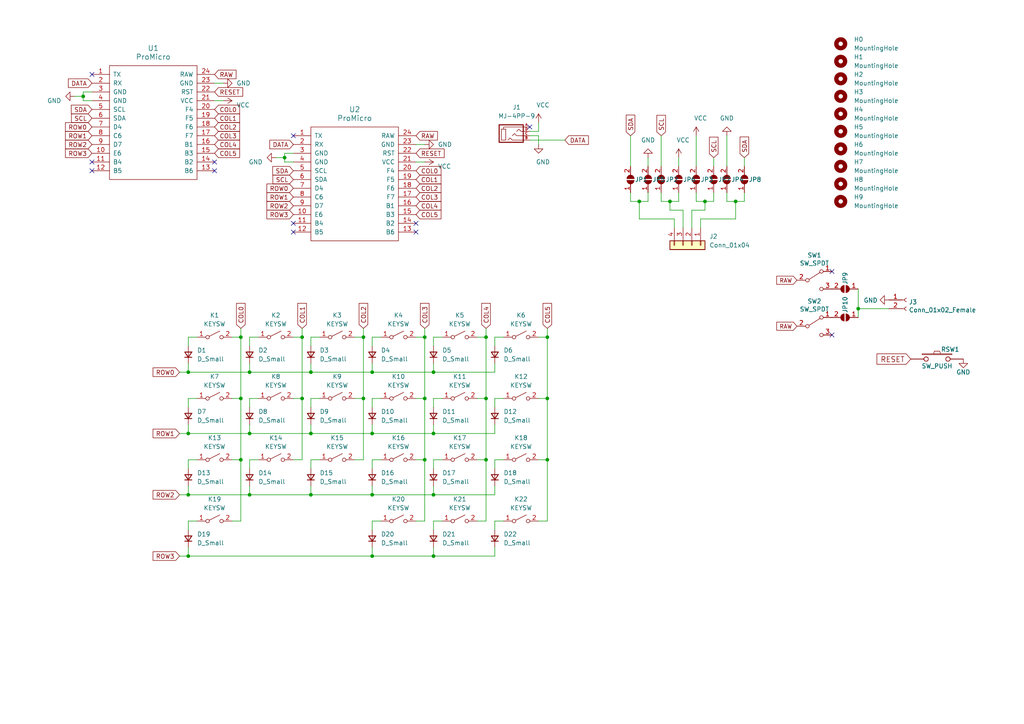
<source format=kicad_sch>
(kicad_sch (version 20210621) (generator eeschema)
  (paper "A4")
  (title_block (title "Nijuni") (date "2021-09-25") (rev "0.2"))
  (lib_symbols
    (symbol "Connector:Conn_01x02_Female" (pin_names (offset 1.016) hide)
      (property "Reference" "J" (at 0 2.54 0))
      (property "Value" "Conn_01x02_Female" (at 0 -5.08 0))
      (symbol "Conn_01x02_Female_1_1"
        (arc (start 0 -2.032) (end 0 -3.048) (radius (at 0 -2.54) (length 0.508) (angles 90.1 -90.1)) (stroke (width 0.1524)))
        (arc (start 0 0.508) (end 0 -0.508) (radius (at 0 0) (length 0.508) (angles 90.1 -90.1)) (stroke (width 0.1524)))
        (polyline (pts (xy -1.27 -2.54) (xy -0.508 -2.54)) (stroke (width 0.1524)))
        (polyline (pts (xy -1.27 0) (xy -0.508 0)) (stroke (width 0.1524)))
        (pin passive line (at -5.08 0 0) (length 3.81) (name "Pin_1") (number "1"))
        (pin passive line (at -5.08 -2.54 0) (length 3.81) (name "Pin_2") (number "2"))
      )
    )
    (symbol "Connector_Generic:Conn_01x04" (pin_names (offset 1.016) hide)
      (property "Reference" "J" (at 0 5.08 0))
      (property "Value" "Conn_01x04" (at 0 -7.62 0))
      (symbol "Conn_01x04_1_1"
        (rectangle (start -1.27 -4.953) (end 0 -5.207) (stroke (width 0.1524)))
        (rectangle (start -1.27 -2.413) (end 0 -2.667) (stroke (width 0.1524)))
        (rectangle (start -1.27 0.127) (end 0 -0.127) (stroke (width 0.1524)))
        (rectangle (start -1.27 2.667) (end 0 2.413) (stroke (width 0.1524)))
        (rectangle (start -1.27 3.81) (end 1.27 -6.35) (stroke (width 0.254)) (fill (type background)))
        (pin passive line (at -5.08 2.54 0) (length 3.81) (name "Pin_1") (number "1"))
        (pin passive line (at -5.08 0 0) (length 3.81) (name "Pin_2") (number "2"))
        (pin passive line (at -5.08 -2.54 0) (length 3.81) (name "Pin_3") (number "3"))
        (pin passive line (at -5.08 -5.08 0) (length 3.81) (name "Pin_4") (number "4"))
      )
    )
    (symbol "Device:D_Small" (pin_numbers hide) (pin_names (offset 0.254) hide)
      (property "Reference" "D" (at -1.27 2.032 0))
      (property "Value" "D_Small" (at -3.81 -2.032 0))
      (symbol "D_Small_0_1"
        (polyline (pts (xy -0.762 -1.016) (xy -0.762 1.016)) (stroke (width 0.254)))
        (polyline (pts (xy -0.762 0) (xy 0.762 0)))
        (polyline (pts (xy 0.762 -1.016) (xy -0.762 0) (xy 0.762 1.016) (xy 0.762 -1.016)) (stroke (width 0.254)))
      )
      (symbol "D_Small_1_1"
        (pin passive line (at -2.54 0 0) (length 1.778) (name "K") (number "1"))
        (pin passive line (at 2.54 0 180) (length 1.778) (name "A") (number "2"))
      )
    )
    (symbol "Jumper:SolderJumper_2_Open" (pin_names (offset 0) hide)
      (property "Reference" "JP" (at 0 2.032 0))
      (property "Value" "SolderJumper_2_Open" (at 0 -2.54 0))
      (symbol "SolderJumper_2_Open_0_1"
        (arc (start -0.254 1.016) (end -0.254 -1.016) (radius (at -0.254 0) (length 1.016) (angles 90.1 -90.1)))
        (arc (start 0.254 -1.016) (end 0.254 1.016) (radius (at 0.254 0) (length 1.016) (angles -89.9 89.9)))
        (arc (start -0.254 1.016) (end -0.254 -1.016) (radius (at -0.254 0) (length 1.016) (angles 90.1 -90.1)) (fill (type outline)))
        (arc (start 0.254 -1.016) (end 0.254 1.016) (radius (at 0.254 0) (length 1.016) (angles -89.9 89.9)) (fill (type outline)))
        (polyline (pts (xy -0.254 1.016) (xy -0.254 -1.016)))
        (polyline (pts (xy 0.254 1.016) (xy 0.254 -1.016)))
      )
      (symbol "SolderJumper_2_Open_1_1"
        (pin passive line (at -3.81 0 0) (length 2.54) (name "A") (number "1"))
        (pin passive line (at 3.81 0 180) (length 2.54) (name "B") (number "2"))
      )
    )
    (symbol "Keyboard_Components:KEYSW" (pin_names (offset 0) hide)
      (property "Reference" "K" (at 0 2.54 0))
      (property "Value" "KEYSW" (at 0 -2.54 0))
      (symbol "KEYSW_0_0"
        (circle (center -2.032 0) (radius 0.508))
        (circle (center 2.032 0) (radius 0.508))
        (polyline (pts (xy -1.524 0.254) (xy 1.524 1.778)))
      )
      (symbol "KEYSW_1_1"
        (pin passive line (at -5.08 0 0) (length 2.54) (name "A") (number "1"))
        (pin passive line (at 5.08 0 180) (length 2.54) (name "B") (number "2"))
      )
    )
    (symbol "Keyboard_Components:MJ-4PP-9" (pin_names (offset 1.016))
      (property "Reference" "J" (at 0 3.81 0))
      (property "Value" "MJ-4PP-9" (at 0 -3.81 0))
      (symbol "MJ-4PP-9_0_1"
        (rectangle (start -1.905 -1.905) (end -3.175 1.27))
        (rectangle (start 3.175 2.54) (end -3.81 -2.54) (stroke (width 0.3048)))
        (polyline (pts (xy -2.54 1.27) (xy -2.54 1.905) (xy 3.175 1.905)))
        (polyline (pts (xy -1.27 -1.905) (xy -0.635 -1.27) (xy 0 -1.905) (xy 3.175 -1.905)))
        (polyline (pts (xy 0 -0.635) (xy 0.635 0) (xy 1.27 -0.635) (xy 3.175 -0.635)))
        (polyline (pts (xy 1.27 0.635) (xy 1.905 1.27) (xy 2.54 0.635) (xy 3.175 0.635)))
      )
      (symbol "MJ-4PP-9_1_1"
        (pin input line (at 5.08 1.905 180) (length 2.0066) (name "~") (number "A"))
        (pin input line (at 5.08 -1.905 180) (length 2.0066) (name "~") (number "B"))
        (pin input line (at 5.08 -0.635 180) (length 2.0066) (name "~") (number "C"))
        (pin input line (at 5.08 0.635 180) (length 2.0066) (name "~") (number "D"))
      )
    )
    (symbol "Mechanical:MountingHole" (pin_names (offset 1.016))
      (property "Reference" "H" (at 0 5.08 0))
      (property "Value" "MountingHole" (at 0 3.175 0))
      (symbol "MountingHole_0_1"
        (circle (center 0 0) (radius 1.27) (stroke (width 1.27)))
      )
    )
    (symbol "Switch:SW_SPDT" (pin_names (offset 0) hide)
      (property "Reference" "SW" (at 0 4.318 0))
      (property "Value" "SW_SPDT" (at 0 -5.08 0))
      (symbol "SW_SPDT_0_0"
        (circle (center -2.032 0) (radius 0.508))
        (circle (center 2.032 -2.54) (radius 0.508))
      )
      (symbol "SW_SPDT_0_1"
        (circle (center 2.032 2.54) (radius 0.508))
        (polyline (pts (xy -1.524 0.254) (xy 1.651 2.286)))
      )
      (symbol "SW_SPDT_1_1"
        (pin passive line (at 5.08 2.54 180) (length 2.54) (name "A") (number "1"))
        (pin passive line (at -5.08 0 0) (length 2.54) (name "B") (number "2"))
        (pin passive line (at 5.08 -2.54 180) (length 2.54) (name "C") (number "3"))
      )
    )
    (symbol "corne-cherry-rescue:SW_PUSH-kbd-corne-cherry-rescue" (pin_numbers hide) (pin_names (offset 1.016) hide)
      (property "Reference" "SW" (at 3.81 2.794 0))
      (property "Value" "corne-cherry-rescue_SW_PUSH-kbd-corne-cherry-rescue" (at 0 -2.032 0))
      (symbol "SW_PUSH-kbd-corne-cherry-rescue_0_1"
        (rectangle (start -4.318 1.27) (end 4.318 1.524))
        (polyline (pts (xy -1.016 1.524) (xy -0.762 2.286) (xy 0.762 2.286) (xy 1.016 1.524)))
        (pin passive inverted (at -7.62 0 0) (length 5.08) (name "1") (number "1"))
        (pin passive inverted (at 7.62 0 180) (length 5.08) (name "2") (number "2"))
      )
    )
    (symbol "power:GND" (power) (pin_names (offset 0))
      (property "Value" "GND" (at 0 -3.81 0))
      (symbol "GND_0_1"
        (polyline (pts (xy 0 0) (xy 0 -1.27) (xy 1.27 -1.27) (xy 0 -2.54) (xy -1.27 -1.27) (xy 0 -1.27)))
      )
      (symbol "GND_1_1"
        (pin power_in line (at 0 0 270) (length 0) hide (name "GND") (number "1"))
      )
    )
    (symbol "power:VCC" (power) (pin_names (offset 0))
      (property "Value" "VCC" (at 0 3.81 0))
      (symbol "VCC_0_1"
        (polyline (pts (xy -0.762 1.27) (xy 0 2.54)))
        (polyline (pts (xy 0 0) (xy 0 2.54)))
        (polyline (pts (xy 0 2.54) (xy 0.762 1.27)))
      )
      (symbol "VCC_1_1"
        (pin power_in line (at 0 0 90) (length 0) hide (name "VCC") (number "1"))
      )
    )
    (symbol "promicro:ProMicro" (pin_names (offset 1.016))
      (property "Reference" "U" (at 0 24.13 0))
      (property "Value" "ProMicro" (at 0 -13.97 0))
      (symbol "ProMicro_0_1"
        (rectangle (start -12.7 21.59) (end 12.7 -11.43))
      )
      (symbol "ProMicro_1_1"
        (pin bidirectional line (at -17.78 19.05 0) (length 5.08) (name "TX") (number "1"))
        (pin bidirectional line (at -17.78 -3.81 0) (length 5.08) (name "E6") (number "10"))
        (pin bidirectional line (at -17.78 -6.35 0) (length 5.08) (name "B4") (number "11"))
        (pin bidirectional line (at -17.78 -8.89 0) (length 5.08) (name "B5") (number "12"))
        (pin bidirectional line (at 17.78 -8.89 180) (length 5.08) (name "B6") (number "13"))
        (pin bidirectional line (at 17.78 -6.35 180) (length 5.08) (name "B2") (number "14"))
        (pin bidirectional line (at 17.78 -3.81 180) (length 5.08) (name "B3") (number "15"))
        (pin bidirectional line (at 17.78 -1.27 180) (length 5.08) (name "B1") (number "16"))
        (pin bidirectional line (at 17.78 1.27 180) (length 5.08) (name "F7") (number "17"))
        (pin bidirectional line (at 17.78 3.81 180) (length 5.08) (name "F6") (number "18"))
        (pin bidirectional line (at 17.78 6.35 180) (length 5.08) (name "F5") (number "19"))
        (pin bidirectional line (at -17.78 16.51 0) (length 5.08) (name "RX") (number "2"))
        (pin bidirectional line (at 17.78 8.89 180) (length 5.08) (name "F4") (number "20"))
        (pin power_in line (at 17.78 11.43 180) (length 5.08) (name "VCC") (number "21"))
        (pin input line (at 17.78 13.97 180) (length 5.08) (name "RST") (number "22"))
        (pin power_in line (at 17.78 16.51 180) (length 5.08) (name "GND") (number "23"))
        (pin power_out line (at 17.78 19.05 180) (length 5.08) (name "RAW") (number "24"))
        (pin power_in line (at -17.78 13.97 0) (length 5.08) (name "GND") (number "3"))
        (pin power_in line (at -17.78 11.43 0) (length 5.08) (name "GND") (number "4"))
        (pin bidirectional line (at -17.78 8.89 0) (length 5.08) (name "SCL") (number "5"))
        (pin bidirectional line (at -17.78 6.35 0) (length 5.08) (name "SDA") (number "6"))
        (pin bidirectional line (at -17.78 3.81 0) (length 5.08) (name "D4") (number "7"))
        (pin bidirectional line (at -17.78 1.27 0) (length 5.08) (name "C6") (number "8"))
        (pin bidirectional line (at -17.78 -1.27 0) (length 5.08) (name "D7") (number "9"))
      )
    )
  )
  (junction (at 24.13 27.94) (diameter 0.9144))
  (junction (at 54.61 107.95) (diameter 0.9144))
  (junction (at 54.61 125.73) (diameter 0.9144))
  (junction (at 54.61 143.51) (diameter 0.9144))
  (junction (at 54.61 161.29) (diameter 0.9144))
  (junction (at 69.85 97.79) (diameter 0.9144))
  (junction (at 69.85 115.57) (diameter 0.9144))
  (junction (at 69.85 133.35) (diameter 0.9144))
  (junction (at 72.39 107.95) (diameter 0.9144))
  (junction (at 72.39 125.73) (diameter 0.9144))
  (junction (at 72.39 143.51) (diameter 0.9144))
  (junction (at 82.55 45.72) (diameter 0.9144))
  (junction (at 87.63 97.79) (diameter 0.9144))
  (junction (at 87.63 115.57) (diameter 0.9144))
  (junction (at 90.17 107.95) (diameter 0.9144))
  (junction (at 90.17 125.73) (diameter 0.9144))
  (junction (at 90.17 143.51) (diameter 0.9144))
  (junction (at 105.41 97.79) (diameter 0.9144))
  (junction (at 105.41 115.57) (diameter 0.9144))
  (junction (at 107.95 107.95) (diameter 0.9144))
  (junction (at 107.95 125.73) (diameter 0.9144))
  (junction (at 107.95 143.51) (diameter 0.9144))
  (junction (at 107.95 161.29) (diameter 0.9144))
  (junction (at 123.19 97.79) (diameter 0.9144))
  (junction (at 123.19 115.57) (diameter 0.9144))
  (junction (at 123.19 133.35) (diameter 0.9144))
  (junction (at 125.73 107.95) (diameter 0.9144))
  (junction (at 125.73 125.73) (diameter 0.9144))
  (junction (at 125.73 143.51) (diameter 0.9144))
  (junction (at 125.73 161.29) (diameter 0.9144))
  (junction (at 140.97 97.79) (diameter 0.9144))
  (junction (at 140.97 115.57) (diameter 0.9144))
  (junction (at 140.97 133.35) (diameter 0.9144))
  (junction (at 158.75 97.79) (diameter 0.9144))
  (junction (at 158.75 115.57) (diameter 0.9144))
  (junction (at 158.75 133.35) (diameter 0.9144))
  (junction (at 185.42 58.42) (diameter 0.9144))
  (junction (at 194.31 58.42) (diameter 0.9144))
  (junction (at 204.47 58.42) (diameter 0.9144))
  (junction (at 213.36 58.42) (diameter 0.9144))
  (junction (at 248.92 89.535))
  (no_connect (at 26.67 21.59))
  (no_connect (at 26.67 46.99))
  (no_connect (at 26.67 49.53))
  (no_connect (at 62.23 46.99))
  (no_connect (at 62.23 49.53))
  (no_connect (at 85.09 39.37))
  (no_connect (at 85.09 64.77))
  (no_connect (at 85.09 67.31))
  (no_connect (at 120.65 64.77))
  (no_connect (at 120.65 67.31))
  (no_connect (at 153.67 36.83))
  (no_connect (at 241.3 78.74))
  (no_connect (at 241.3 97.155))
  (wire (pts (xy 21.59 27.94) (xy 24.13 27.94)))
  (wire (pts (xy 24.13 26.67) (xy 24.13 27.94)))
  (wire (pts (xy 24.13 27.94) (xy 24.13 29.21)))
  (wire (pts (xy 24.13 29.21) (xy 26.67 29.21)))
  (wire (pts (xy 26.67 26.67) (xy 24.13 26.67)))
  (wire (pts (xy 52.07 107.95) (xy 54.61 107.95)))
  (wire (pts (xy 52.07 125.73) (xy 54.61 125.73)))
  (wire (pts (xy 52.07 143.51) (xy 54.61 143.51)))
  (wire (pts (xy 52.07 161.29) (xy 54.61 161.29)))
  (wire (pts (xy 54.61 97.79) (xy 54.61 100.33)))
  (wire (pts (xy 54.61 105.41) (xy 54.61 107.95)))
  (wire (pts (xy 54.61 107.95) (xy 72.39 107.95)))
  (wire (pts (xy 54.61 115.57) (xy 54.61 118.11)))
  (wire (pts (xy 54.61 123.19) (xy 54.61 125.73)))
  (wire (pts (xy 54.61 125.73) (xy 72.39 125.73)))
  (wire (pts (xy 54.61 133.35) (xy 54.61 135.89)))
  (wire (pts (xy 54.61 140.97) (xy 54.61 143.51)))
  (wire (pts (xy 54.61 143.51) (xy 72.39 143.51)))
  (wire (pts (xy 54.61 151.13) (xy 54.61 153.67)))
  (wire (pts (xy 54.61 158.75) (xy 54.61 161.29)))
  (wire (pts (xy 54.61 161.29) (xy 107.95 161.29)))
  (wire (pts (xy 57.15 97.79) (xy 54.61 97.79)))
  (wire (pts (xy 57.15 115.57) (xy 54.61 115.57)))
  (wire (pts (xy 57.15 133.35) (xy 54.61 133.35)))
  (wire (pts (xy 57.15 151.13) (xy 54.61 151.13)))
  (wire (pts (xy 62.23 24.13) (xy 64.77 24.13)))
  (wire (pts (xy 62.23 29.21) (xy 64.77 29.21)))
  (wire (pts (xy 67.31 97.79) (xy 69.85 97.79)))
  (wire (pts (xy 67.31 115.57) (xy 69.85 115.57)))
  (wire (pts (xy 67.31 133.35) (xy 69.85 133.35)))
  (wire (pts (xy 67.31 151.13) (xy 69.85 151.13)))
  (wire (pts (xy 69.85 95.25) (xy 69.85 97.79)))
  (wire (pts (xy 69.85 97.79) (xy 69.85 115.57)))
  (wire (pts (xy 69.85 115.57) (xy 69.85 133.35)))
  (wire (pts (xy 69.85 133.35) (xy 69.85 151.13)))
  (wire (pts (xy 72.39 97.79) (xy 72.39 100.33)))
  (wire (pts (xy 72.39 105.41) (xy 72.39 107.95)))
  (wire (pts (xy 72.39 107.95) (xy 90.17 107.95)))
  (wire (pts (xy 72.39 115.57) (xy 72.39 118.11)))
  (wire (pts (xy 72.39 123.19) (xy 72.39 125.73)))
  (wire (pts (xy 72.39 125.73) (xy 90.17 125.73)))
  (wire (pts (xy 72.39 133.35) (xy 72.39 135.89)))
  (wire (pts (xy 72.39 140.97) (xy 72.39 143.51)))
  (wire (pts (xy 72.39 143.51) (xy 90.17 143.51)))
  (wire (pts (xy 74.93 97.79) (xy 72.39 97.79)))
  (wire (pts (xy 74.93 115.57) (xy 72.39 115.57)))
  (wire (pts (xy 74.93 133.35) (xy 72.39 133.35)))
  (wire (pts (xy 80.01 45.72) (xy 82.55 45.72)))
  (wire (pts (xy 82.55 44.45) (xy 82.55 45.72)))
  (wire (pts (xy 82.55 45.72) (xy 82.55 46.99)))
  (wire (pts (xy 82.55 46.99) (xy 85.09 46.99)))
  (wire (pts (xy 85.09 44.45) (xy 82.55 44.45)))
  (wire (pts (xy 85.09 97.79) (xy 87.63 97.79)))
  (wire (pts (xy 85.09 115.57) (xy 87.63 115.57)))
  (wire (pts (xy 85.09 133.35) (xy 87.63 133.35)))
  (wire (pts (xy 87.63 95.25) (xy 87.63 97.79)))
  (wire (pts (xy 87.63 97.79) (xy 87.63 115.57)))
  (wire (pts (xy 87.63 115.57) (xy 87.63 133.35)))
  (wire (pts (xy 90.17 97.79) (xy 90.17 100.33)))
  (wire (pts (xy 90.17 105.41) (xy 90.17 107.95)))
  (wire (pts (xy 90.17 107.95) (xy 107.95 107.95)))
  (wire (pts (xy 90.17 115.57) (xy 90.17 118.11)))
  (wire (pts (xy 90.17 123.19) (xy 90.17 125.73)))
  (wire (pts (xy 90.17 125.73) (xy 107.95 125.73)))
  (wire (pts (xy 90.17 133.35) (xy 90.17 135.89)))
  (wire (pts (xy 90.17 140.97) (xy 90.17 143.51)))
  (wire (pts (xy 90.17 143.51) (xy 107.95 143.51)))
  (wire (pts (xy 92.71 97.79) (xy 90.17 97.79)))
  (wire (pts (xy 92.71 115.57) (xy 90.17 115.57)))
  (wire (pts (xy 92.71 133.35) (xy 90.17 133.35)))
  (wire (pts (xy 102.87 97.79) (xy 105.41 97.79)))
  (wire (pts (xy 102.87 115.57) (xy 105.41 115.57)))
  (wire (pts (xy 102.87 133.35) (xy 105.41 133.35)))
  (wire (pts (xy 105.41 95.25) (xy 105.41 97.79)))
  (wire (pts (xy 105.41 97.79) (xy 105.41 115.57)))
  (wire (pts (xy 105.41 115.57) (xy 105.41 133.35)))
  (wire (pts (xy 107.95 97.79) (xy 107.95 100.33)))
  (wire (pts (xy 107.95 105.41) (xy 107.95 107.95)))
  (wire (pts (xy 107.95 107.95) (xy 125.73 107.95)))
  (wire (pts (xy 107.95 115.57) (xy 107.95 118.11)))
  (wire (pts (xy 107.95 123.19) (xy 107.95 125.73)))
  (wire (pts (xy 107.95 125.73) (xy 125.73 125.73)))
  (wire (pts (xy 107.95 133.35) (xy 107.95 135.89)))
  (wire (pts (xy 107.95 140.97) (xy 107.95 143.51)))
  (wire (pts (xy 107.95 143.51) (xy 125.73 143.51)))
  (wire (pts (xy 107.95 151.13) (xy 107.95 153.67)))
  (wire (pts (xy 107.95 158.75) (xy 107.95 161.29)))
  (wire (pts (xy 107.95 161.29) (xy 125.73 161.29)))
  (wire (pts (xy 110.49 97.79) (xy 107.95 97.79)))
  (wire (pts (xy 110.49 115.57) (xy 107.95 115.57)))
  (wire (pts (xy 110.49 133.35) (xy 107.95 133.35)))
  (wire (pts (xy 110.49 151.13) (xy 107.95 151.13)))
  (wire (pts (xy 120.65 41.91) (xy 123.19 41.91)))
  (wire (pts (xy 120.65 46.99) (xy 123.19 46.99)))
  (wire (pts (xy 120.65 97.79) (xy 123.19 97.79)))
  (wire (pts (xy 120.65 115.57) (xy 123.19 115.57)))
  (wire (pts (xy 120.65 133.35) (xy 123.19 133.35)))
  (wire (pts (xy 120.65 151.13) (xy 123.19 151.13)))
  (wire (pts (xy 123.19 95.25) (xy 123.19 97.79)))
  (wire (pts (xy 123.19 97.79) (xy 123.19 115.57)))
  (wire (pts (xy 123.19 115.57) (xy 123.19 133.35)))
  (wire (pts (xy 123.19 133.35) (xy 123.19 151.13)))
  (wire (pts (xy 125.73 97.79) (xy 125.73 100.33)))
  (wire (pts (xy 125.73 105.41) (xy 125.73 107.95)))
  (wire (pts (xy 125.73 107.95) (xy 143.51 107.95)))
  (wire (pts (xy 125.73 115.57) (xy 125.73 118.11)))
  (wire (pts (xy 125.73 123.19) (xy 125.73 125.73)))
  (wire (pts (xy 125.73 125.73) (xy 143.51 125.73)))
  (wire (pts (xy 125.73 133.35) (xy 125.73 135.89)))
  (wire (pts (xy 125.73 140.97) (xy 125.73 143.51)))
  (wire (pts (xy 125.73 143.51) (xy 143.51 143.51)))
  (wire (pts (xy 125.73 151.13) (xy 125.73 153.67)))
  (wire (pts (xy 125.73 158.75) (xy 125.73 161.29)))
  (wire (pts (xy 125.73 161.29) (xy 143.51 161.29)))
  (wire (pts (xy 128.27 97.79) (xy 125.73 97.79)))
  (wire (pts (xy 128.27 115.57) (xy 125.73 115.57)))
  (wire (pts (xy 128.27 133.35) (xy 125.73 133.35)))
  (wire (pts (xy 128.27 151.13) (xy 125.73 151.13)))
  (wire (pts (xy 138.43 97.79) (xy 140.97 97.79)))
  (wire (pts (xy 138.43 115.57) (xy 140.97 115.57)))
  (wire (pts (xy 138.43 133.35) (xy 140.97 133.35)))
  (wire (pts (xy 138.43 151.13) (xy 140.97 151.13)))
  (wire (pts (xy 140.97 95.25) (xy 140.97 97.79)))
  (wire (pts (xy 140.97 97.79) (xy 140.97 115.57)))
  (wire (pts (xy 140.97 115.57) (xy 140.97 133.35)))
  (wire (pts (xy 140.97 133.35) (xy 140.97 151.13)))
  (wire (pts (xy 143.51 97.79) (xy 143.51 100.33)))
  (wire (pts (xy 143.51 105.41) (xy 143.51 107.95)))
  (wire (pts (xy 143.51 115.57) (xy 143.51 118.11)))
  (wire (pts (xy 143.51 123.19) (xy 143.51 125.73)))
  (wire (pts (xy 143.51 133.35) (xy 143.51 135.89)))
  (wire (pts (xy 143.51 143.51) (xy 143.51 140.97)))
  (wire (pts (xy 143.51 151.13) (xy 143.51 153.67)))
  (wire (pts (xy 143.51 158.75) (xy 143.51 161.29)))
  (wire (pts (xy 146.05 97.79) (xy 143.51 97.79)))
  (wire (pts (xy 146.05 115.57) (xy 143.51 115.57)))
  (wire (pts (xy 146.05 133.35) (xy 143.51 133.35)))
  (wire (pts (xy 146.05 151.13) (xy 143.51 151.13)))
  (wire (pts (xy 153.67 38.1) (xy 156.21 38.1)))
  (wire (pts (xy 153.67 39.37) (xy 156.21 39.37)))
  (wire (pts (xy 153.67 40.64) (xy 163.83 40.64)))
  (wire (pts (xy 156.21 35.56) (xy 156.21 38.1)))
  (wire (pts (xy 156.21 39.37) (xy 156.21 41.91)))
  (wire (pts (xy 156.21 97.79) (xy 158.75 97.79)))
  (wire (pts (xy 156.21 115.57) (xy 158.75 115.57)))
  (wire (pts (xy 156.21 133.35) (xy 158.75 133.35)))
  (wire (pts (xy 156.21 151.13) (xy 158.75 151.13)))
  (wire (pts (xy 158.75 95.25) (xy 158.75 97.79)))
  (wire (pts (xy 158.75 97.79) (xy 158.75 115.57)))
  (wire (pts (xy 158.75 115.57) (xy 158.75 133.35)))
  (wire (pts (xy 158.75 133.35) (xy 158.75 151.13)))
  (wire (pts (xy 182.88 39.37) (xy 182.88 48.26)))
  (wire (pts (xy 182.88 55.88) (xy 182.88 58.42)))
  (wire (pts (xy 182.88 58.42) (xy 185.42 58.42)))
  (wire (pts (xy 185.42 58.42) (xy 185.42 63.5)))
  (wire (pts (xy 185.42 58.42) (xy 187.96 58.42)))
  (wire (pts (xy 185.42 63.5) (xy 195.58 63.5)))
  (wire (pts (xy 187.96 45.72) (xy 187.96 48.26)))
  (wire (pts (xy 187.96 55.88) (xy 187.96 58.42)))
  (wire (pts (xy 191.77 39.37) (xy 191.77 48.26)))
  (wire (pts (xy 191.77 55.88) (xy 191.77 58.42)))
  (wire (pts (xy 191.77 58.42) (xy 194.31 58.42)))
  (wire (pts (xy 194.31 58.42) (xy 194.31 60.96)))
  (wire (pts (xy 194.31 58.42) (xy 196.85 58.42)))
  (wire (pts (xy 194.31 60.96) (xy 198.12 60.96)))
  (wire (pts (xy 195.58 66.04) (xy 195.58 63.5)))
  (wire (pts (xy 196.85 45.72) (xy 196.85 48.26)))
  (wire (pts (xy 196.85 55.88) (xy 196.85 58.42)))
  (wire (pts (xy 198.12 66.04) (xy 198.12 60.96)))
  (wire (pts (xy 200.66 60.96) (xy 204.47 60.96)))
  (wire (pts (xy 200.66 66.04) (xy 200.66 60.96)))
  (wire (pts (xy 201.93 39.37) (xy 201.93 48.26)))
  (wire (pts (xy 201.93 55.88) (xy 201.93 58.42)))
  (wire (pts (xy 201.93 58.42) (xy 204.47 58.42)))
  (wire (pts (xy 203.2 63.5) (xy 213.36 63.5)))
  (wire (pts (xy 203.2 66.04) (xy 203.2 63.5)))
  (wire (pts (xy 204.47 58.42) (xy 207.01 58.42)))
  (wire (pts (xy 204.47 60.96) (xy 204.47 58.42)))
  (wire (pts (xy 207.01 45.72) (xy 207.01 48.26)))
  (wire (pts (xy 207.01 55.88) (xy 207.01 58.42)))
  (wire (pts (xy 210.82 39.37) (xy 210.82 48.26)))
  (wire (pts (xy 210.82 55.88) (xy 210.82 58.42)))
  (wire (pts (xy 210.82 58.42) (xy 213.36 58.42)))
  (wire (pts (xy 213.36 58.42) (xy 215.9 58.42)))
  (wire (pts (xy 213.36 63.5) (xy 213.36 58.42)))
  (wire (pts (xy 215.9 45.72) (xy 215.9 48.26)))
  (wire (pts (xy 215.9 55.88) (xy 215.9 58.42)))
  (wire (pts (xy 248.92 83.82) (xy 248.92 89.535)))
  (wire (pts (xy 248.92 89.535) (xy 248.92 92.075)))
  (wire (pts (xy 257.81 89.535) (xy 248.92 89.535)))
  (global_label "DATA" (shape input) (at 26.67 24.13 180) (property "Intersheet References" "${INTERSHEET_REFS}" (effects hide)))
  (global_label "SDA" (shape input) (at 26.67 31.75 180) (property "Intersheet References" "${INTERSHEET_REFS}" (effects hide)))
  (global_label "SCL" (shape input) (at 26.67 34.29 180) (property "Intersheet References" "${INTERSHEET_REFS}" (effects hide)))
  (global_label "ROW0" (shape input) (at 26.67 36.83 180) (property "Intersheet References" "${INTERSHEET_REFS}" (effects hide)))
  (global_label "ROW1" (shape input) (at 26.67 39.37 180) (property "Intersheet References" "${INTERSHEET_REFS}" (effects hide)))
  (global_label "ROW2" (shape input) (at 26.67 41.91 180) (property "Intersheet References" "${INTERSHEET_REFS}" (effects hide)))
  (global_label "ROW3" (shape input) (at 26.67 44.45 180) (property "Intersheet References" "${INTERSHEET_REFS}" (effects hide)))
  (global_label "ROW0" (shape input) (at 52.07 107.95 180) (property "Intersheet References" "${INTERSHEET_REFS}" (effects hide)))
  (global_label "ROW1" (shape input) (at 52.07 125.73 180) (property "Intersheet References" "${INTERSHEET_REFS}" (effects hide)))
  (global_label "ROW2" (shape input) (at 52.07 143.51 180) (property "Intersheet References" "${INTERSHEET_REFS}" (effects hide)))
  (global_label "ROW3" (shape input) (at 52.07 161.29 180) (property "Intersheet References" "${INTERSHEET_REFS}" (effects hide)))
  (global_label "RAW" (shape input) (at 62.23 21.59 0) (property "Intersheet References" "${INTERSHEET_REFS}" (effects hide)))
  (global_label "RESET" (shape input) (at 62.23 26.67 0) (property "Intersheet References" "${INTERSHEET_REFS}" (effects hide)))
  (global_label "COL0" (shape input) (at 62.23 31.75 0) (property "Intersheet References" "${INTERSHEET_REFS}" (effects hide)))
  (global_label "COL1" (shape input) (at 62.23 34.29 0) (property "Intersheet References" "${INTERSHEET_REFS}" (effects hide)))
  (global_label "COL2" (shape input) (at 62.23 36.83 0) (property "Intersheet References" "${INTERSHEET_REFS}" (effects hide)))
  (global_label "COL3" (shape input) (at 62.23 39.37 0) (property "Intersheet References" "${INTERSHEET_REFS}" (effects hide)))
  (global_label "COL4" (shape input) (at 62.23 41.91 0) (property "Intersheet References" "${INTERSHEET_REFS}" (effects hide)))
  (global_label "COL5" (shape input) (at 62.23 44.45 0) (property "Intersheet References" "${INTERSHEET_REFS}" (effects hide)))
  (global_label "COL0" (shape input) (at 69.85 95.25 90) (property "Intersheet References" "${INTERSHEET_REFS}" (effects hide)))
  (global_label "DATA" (shape input) (at 85.09 41.91 180) (property "Intersheet References" "${INTERSHEET_REFS}" (effects hide)))
  (global_label "SDA" (shape input) (at 85.09 49.53 180) (property "Intersheet References" "${INTERSHEET_REFS}" (effects hide)))
  (global_label "SCL" (shape input) (at 85.09 52.07 180) (property "Intersheet References" "${INTERSHEET_REFS}" (effects hide)))
  (global_label "ROW0" (shape input) (at 85.09 54.61 180) (property "Intersheet References" "${INTERSHEET_REFS}" (effects hide)))
  (global_label "ROW1" (shape input) (at 85.09 57.15 180) (property "Intersheet References" "${INTERSHEET_REFS}" (effects hide)))
  (global_label "ROW2" (shape input) (at 85.09 59.69 180) (property "Intersheet References" "${INTERSHEET_REFS}" (effects hide)))
  (global_label "ROW3" (shape input) (at 85.09 62.23 180) (property "Intersheet References" "${INTERSHEET_REFS}" (effects hide)))
  (global_label "COL1" (shape input) (at 87.63 95.25 90) (property "Intersheet References" "${INTERSHEET_REFS}" (effects hide)))
  (global_label "COL2" (shape input) (at 105.41 95.25 90) (property "Intersheet References" "${INTERSHEET_REFS}" (effects hide)))
  (global_label "RAW" (shape input) (at 120.65 39.37 0) (property "Intersheet References" "${INTERSHEET_REFS}" (effects hide)))
  (global_label "RESET" (shape input) (at 120.65 44.45 0) (property "Intersheet References" "${INTERSHEET_REFS}" (effects hide)))
  (global_label "COL0" (shape input) (at 120.65 49.53 0) (property "Intersheet References" "${INTERSHEET_REFS}" (effects hide)))
  (global_label "COL1" (shape input) (at 120.65 52.07 0) (property "Intersheet References" "${INTERSHEET_REFS}" (effects hide)))
  (global_label "COL2" (shape input) (at 120.65 54.61 0) (property "Intersheet References" "${INTERSHEET_REFS}" (effects hide)))
  (global_label "COL3" (shape input) (at 120.65 57.15 0) (property "Intersheet References" "${INTERSHEET_REFS}" (effects hide)))
  (global_label "COL4" (shape input) (at 120.65 59.69 0) (property "Intersheet References" "${INTERSHEET_REFS}" (effects hide)))
  (global_label "COL5" (shape input) (at 120.65 62.23 0) (property "Intersheet References" "${INTERSHEET_REFS}" (effects hide)))
  (global_label "COL3" (shape input) (at 123.19 95.25 90) (property "Intersheet References" "${INTERSHEET_REFS}" (effects hide)))
  (global_label "COL4" (shape input) (at 140.97 95.25 90) (property "Intersheet References" "${INTERSHEET_REFS}" (effects hide)))
  (global_label "COL5" (shape input) (at 158.75 95.25 90) (property "Intersheet References" "${INTERSHEET_REFS}" (effects hide)))
  (global_label "DATA" (shape input) (at 163.83 40.64 0) (property "Intersheet References" "${INTERSHEET_REFS}" (effects hide)))
  (global_label "SDA" (shape input) (at 182.88 39.37 90) (property "Intersheet References" "${INTERSHEET_REFS}" (effects hide)))
  (global_label "SCL" (shape input) (at 191.77 39.37 90) (property "Intersheet References" "${INTERSHEET_REFS}" (effects hide)))
  (global_label "SCL" (shape input) (at 207.01 45.72 90) (property "Intersheet References" "${INTERSHEET_REFS}" (effects hide)))
  (global_label "SDA" (shape input) (at 215.9 45.72 90) (property "Intersheet References" "${INTERSHEET_REFS}" (effects hide)))
  (global_label "RAW" (shape input) (at 231.14 81.28 180) (effects (font (size 1.1938 1.1938))) (property "Intersheet References" "${INTERSHEET_REFS}" (effects hide)))
  (global_label "RAW" (shape input) (at 231.14 94.615 180) (effects (font (size 1.1938 1.1938))) (property "Intersheet References" "${INTERSHEET_REFS}" (effects hide)))
  (global_label "RESET" (shape input) (at 264.16 104.14 180) (effects (font (size 1.524 1.524))) (property "Intersheet References" "${INTERSHEET_REFS}" (effects hide)))
  (symbol (lib_id "power:VCC") (at 64.77 29.21 270) (unit 1)
    (property "Reference" "#PWR0107" (effects hide))
    (property "Value" "VCC" (at 68.58 30.48 90) (effects (justify left)))
  )
  (symbol (lib_id "power:VCC") (at 123.19 46.99 270) (unit 1)
    (property "Reference" "#PWR0116" (effects hide))
    (property "Value" "VCC" (at 127 48.26 90) (effects (justify left)))
  )
  (symbol (lib_id "power:VCC") (at 156.21 35.56 0) (unit 1)
    (property "Reference" "#PWR0101" (effects hide))
    (property "Value" "VCC" (at 157.48 30.48 0))
  )
  (symbol (lib_id "power:VCC") (at 196.85 45.72 0) (unit 1)
    (property "Reference" "#PWR0105" (effects hide))
    (property "Value" "VCC" (at 198.12 40.64 0))
  )
  (symbol (lib_id "power:VCC") (at 201.93 39.37 0) (unit 1)
    (property "Reference" "#PWR0109" (effects hide))
    (property "Value" "VCC" (at 203.2 34.29 0))
  )
  (symbol (lib_id "power:GND") (at 21.59 27.94 270) (unit 1)
    (property "Reference" "#PWR0102" (effects hide))
    (property "Value" "GND" (at 17.78 29.21 90) (effects (justify right)))
  )
  (symbol (lib_id "power:GND") (at 64.77 24.13 90) (unit 1)
    (property "Reference" "#PWR0106" (effects hide))
    (property "Value" "GND" (at 68.58 24.13 90) (effects (justify right)))
  )
  (symbol (lib_id "power:GND") (at 80.01 45.72 270) (unit 1)
    (property "Reference" "#PWR0117" (effects hide))
    (property "Value" "GND" (at 76.2 46.99 90) (effects (justify right)))
  )
  (symbol (lib_id "power:GND") (at 123.19 41.91 90) (unit 1)
    (property "Reference" "#PWR0115" (effects hide))
    (property "Value" "GND" (at 127 41.91 90) (effects (justify right)))
  )
  (symbol (lib_id "power:GND") (at 156.21 41.91 0) (unit 1)
    (property "Reference" "#PWR0104" (effects hide))
    (property "Value" "GND" (at 157.48 46.99 0))
  )
  (symbol (lib_id "power:GND") (at 187.96 45.72 180) (unit 1)
    (property "Reference" "#PWR0108" (effects hide))
    (property "Value" "GND" (at 187.96 40.64 0))
  )
  (symbol (lib_id "power:GND") (at 210.82 39.37 180) (unit 1)
    (property "Reference" "#PWR0110" (effects hide))
    (property "Value" "GND" (at 210.82 34.29 0))
  )
  (symbol (lib_id "power:GND") (at 257.81 86.995 270) (unit 1)
    (property "Reference" "#PWR01" (effects hide))
    (property "Value" "GND" (at 254.5588 87.122 90) (effects (justify right)))
  )
  (symbol (lib_id "power:GND") (at 279.4 104.14 0) (unit 1)
    (property "Reference" "#PWR02" (effects hide))
    (property "Value" "GND" (at 279.4 107.95 0))
  )
  (symbol (lib_id "Device:D_Small") (at 54.61 102.87 90) (unit 1)
    (property "Reference" "D1" (at 57.15 101.6 90) (effects (justify right)))
    (property "Value" "D_Small" (at 57.15 104.14 90) (effects (justify right)))
    (property "Footprint" "kbd:D3_SMD" (effects hide))
  )
  (symbol (lib_id "Device:D_Small") (at 54.61 120.65 90) (unit 1)
    (property "Reference" "D7" (at 57.15 119.38 90) (effects (justify right)))
    (property "Value" "D_Small" (at 57.15 121.92 90) (effects (justify right)))
    (property "Footprint" "kbd:D3_SMD" (effects hide))
  )
  (symbol (lib_id "Device:D_Small") (at 54.61 138.43 90) (unit 1)
    (property "Reference" "D13" (at 57.15 137.16 90) (effects (justify right)))
    (property "Value" "D_Small" (at 57.15 139.7 90) (effects (justify right)))
    (property "Footprint" "kbd:D3_SMD" (effects hide))
  )
  (symbol (lib_id "Device:D_Small") (at 54.61 156.21 90) (unit 1)
    (property "Reference" "D19" (at 57.15 154.94 90) (effects (justify right)))
    (property "Value" "D_Small" (at 57.15 157.48 90) (effects (justify right)))
    (property "Footprint" "kbd:D3_SMD" (effects hide))
  )
  (symbol (lib_id "Device:D_Small") (at 72.39 102.87 90) (unit 1)
    (property "Reference" "D2" (at 74.93 101.6 90) (effects (justify right)))
    (property "Value" "D_Small" (at 74.93 104.14 90) (effects (justify right)))
    (property "Footprint" "kbd:D3_SMD" (effects hide))
  )
  (symbol (lib_id "Device:D_Small") (at 72.39 120.65 90) (unit 1)
    (property "Reference" "D8" (at 74.93 119.38 90) (effects (justify right)))
    (property "Value" "D_Small" (at 74.93 121.92 90) (effects (justify right)))
    (property "Footprint" "kbd:D3_SMD" (effects hide))
  )
  (symbol (lib_id "Device:D_Small") (at 72.39 138.43 90) (unit 1)
    (property "Reference" "D14" (at 74.93 137.16 90) (effects (justify right)))
    (property "Value" "D_Small" (at 74.93 139.7 90) (effects (justify right)))
    (property "Footprint" "kbd:D3_SMD" (effects hide))
  )
  (symbol (lib_id "Device:D_Small") (at 90.17 102.87 90) (unit 1)
    (property "Reference" "D3" (at 92.71 101.6 90) (effects (justify right)))
    (property "Value" "D_Small" (at 92.71 104.14 90) (effects (justify right)))
    (property "Footprint" "kbd:D3_SMD" (effects hide))
  )
  (symbol (lib_id "Device:D_Small") (at 90.17 120.65 90) (unit 1)
    (property "Reference" "D9" (at 92.71 119.38 90) (effects (justify right)))
    (property "Value" "D_Small" (at 92.71 121.92 90) (effects (justify right)))
    (property "Footprint" "kbd:D3_SMD" (effects hide))
  )
  (symbol (lib_id "Device:D_Small") (at 90.17 138.43 90) (unit 1)
    (property "Reference" "D15" (at 92.71 137.16 90) (effects (justify right)))
    (property "Value" "D_Small" (at 92.71 139.7 90) (effects (justify right)))
    (property "Footprint" "kbd:D3_SMD" (effects hide))
  )
  (symbol (lib_id "Device:D_Small") (at 107.95 102.87 90) (unit 1)
    (property "Reference" "D4" (at 110.49 101.6 90) (effects (justify right)))
    (property "Value" "D_Small" (at 110.49 104.14 90) (effects (justify right)))
    (property "Footprint" "kbd:D3_SMD" (effects hide))
  )
  (symbol (lib_id "Device:D_Small") (at 107.95 120.65 90) (unit 1)
    (property "Reference" "D10" (at 110.49 119.38 90) (effects (justify right)))
    (property "Value" "D_Small" (at 110.49 121.92 90) (effects (justify right)))
    (property "Footprint" "kbd:D3_SMD" (effects hide))
  )
  (symbol (lib_id "Device:D_Small") (at 107.95 138.43 90) (unit 1)
    (property "Reference" "D16" (at 110.49 137.16 90) (effects (justify right)))
    (property "Value" "D_Small" (at 110.49 139.7 90) (effects (justify right)))
    (property "Footprint" "kbd:D3_SMD" (effects hide))
  )
  (symbol (lib_id "Device:D_Small") (at 107.95 156.21 90) (unit 1)
    (property "Reference" "D20" (at 110.49 154.94 90) (effects (justify right)))
    (property "Value" "D_Small" (at 110.49 157.48 90) (effects (justify right)))
    (property "Footprint" "kbd:D3_SMD" (effects hide))
  )
  (symbol (lib_id "Device:D_Small") (at 125.73 102.87 90) (unit 1)
    (property "Reference" "D5" (at 128.27 101.6 90) (effects (justify right)))
    (property "Value" "D_Small" (at 128.27 104.14 90) (effects (justify right)))
    (property "Footprint" "kbd:D3_SMD" (effects hide))
  )
  (symbol (lib_id "Device:D_Small") (at 125.73 120.65 90) (unit 1)
    (property "Reference" "D11" (at 128.27 119.38 90) (effects (justify right)))
    (property "Value" "D_Small" (at 128.27 121.92 90) (effects (justify right)))
    (property "Footprint" "kbd:D3_SMD" (effects hide))
  )
  (symbol (lib_id "Device:D_Small") (at 125.73 138.43 90) (unit 1)
    (property "Reference" "D17" (at 128.27 137.16 90) (effects (justify right)))
    (property "Value" "D_Small" (at 128.27 139.7 90) (effects (justify right)))
    (property "Footprint" "kbd:D3_SMD" (effects hide))
  )
  (symbol (lib_id "Device:D_Small") (at 125.73 156.21 90) (unit 1)
    (property "Reference" "D21" (at 128.27 154.94 90) (effects (justify right)))
    (property "Value" "D_Small" (at 128.27 157.48 90) (effects (justify right)))
    (property "Footprint" "kbd:D3_SMD" (effects hide))
  )
  (symbol (lib_id "Device:D_Small") (at 143.51 102.87 90) (unit 1)
    (property "Reference" "D6" (at 146.05 101.6 90) (effects (justify right)))
    (property "Value" "D_Small" (at 146.05 104.14 90) (effects (justify right)))
    (property "Footprint" "kbd:D3_SMD" (effects hide))
  )
  (symbol (lib_id "Device:D_Small") (at 143.51 120.65 90) (unit 1)
    (property "Reference" "D12" (at 146.05 119.38 90) (effects (justify right)))
    (property "Value" "D_Small" (at 146.05 121.92 90) (effects (justify right)))
    (property "Footprint" "kbd:D3_SMD" (effects hide))
  )
  (symbol (lib_id "Device:D_Small") (at 143.51 138.43 90) (unit 1)
    (property "Reference" "D18" (at 146.05 137.16 90) (effects (justify right)))
    (property "Value" "D_Small" (at 146.05 139.7 90) (effects (justify right)))
    (property "Footprint" "kbd:D3_SMD" (effects hide))
  )
  (symbol (lib_id "Device:D_Small") (at 143.51 156.21 90) (unit 1)
    (property "Reference" "D22" (at 146.05 154.94 90) (effects (justify right)))
    (property "Value" "D_Small" (at 146.05 157.48 90) (effects (justify right)))
    (property "Footprint" "kbd:D3_SMD" (effects hide))
  )
  (symbol (lib_id "Mechanical:MountingHole") (at 243.84 12.7 0) (unit 1)
    (property "Reference" "H0" (at 247.65 11.43 0) (effects (justify left)))
    (property "Value" "MountingHole" (at 247.65 13.97 0) (effects (justify left)))
    (property "Footprint" "kbd:M2-MountingHole-Standoff" (effects hide))
  )
  (symbol (lib_id "Mechanical:MountingHole") (at 243.84 17.78 0) (unit 1)
    (property "Reference" "H1" (at 247.65 16.51 0) (effects (justify left)))
    (property "Value" "MountingHole" (at 247.65 19.05 0) (effects (justify left)))
    (property "Footprint" "kbd:M2-MountingHole-Standoff" (effects hide))
  )
  (symbol (lib_id "Mechanical:MountingHole") (at 243.84 22.86 0) (unit 1)
    (property "Reference" "H2" (at 247.65 21.59 0) (effects (justify left)))
    (property "Value" "MountingHole" (at 247.65 24.13 0) (effects (justify left)))
    (property "Footprint" "kbd:M2-MountingHole-Standoff" (effects hide))
  )
  (symbol (lib_id "Mechanical:MountingHole") (at 243.84 27.94 0) (unit 1)
    (property "Reference" "H3" (at 247.65 26.67 0) (effects (justify left)))
    (property "Value" "MountingHole" (at 247.65 29.21 0) (effects (justify left)))
    (property "Footprint" "kbd:M2-MountingHole-Standoff" (effects hide))
  )
  (symbol (lib_id "Mechanical:MountingHole") (at 243.84 33.02 0) (unit 1)
    (property "Reference" "H4" (at 247.65 31.75 0) (effects (justify left)))
    (property "Value" "MountingHole" (at 247.65 34.29 0) (effects (justify left)))
    (property "Footprint" "kbd:M2-MountingHole-Standoff" (effects hide))
  )
  (symbol (lib_id "Mechanical:MountingHole") (at 243.84 38.1 0) (unit 1)
    (property "Reference" "H5" (at 247.65 36.83 0) (effects (justify left)))
    (property "Value" "MountingHole" (at 247.65 39.37 0) (effects (justify left)))
    (property "Footprint" "kbd:M2-MountingHole-Standoff" (effects hide))
  )
  (symbol (lib_id "Mechanical:MountingHole") (at 243.84 43.18 0) (unit 1)
    (property "Reference" "H6" (at 247.65 41.91 0) (effects (justify left)))
    (property "Value" "MountingHole" (at 247.65 44.45 0) (effects (justify left)))
    (property "Footprint" "kbd:M2-MountingHole-Standoff" (effects hide))
  )
  (symbol (lib_id "Mechanical:MountingHole") (at 243.84 48.26 0) (unit 1)
    (property "Reference" "H7" (at 247.65 46.99 0) (effects (justify left)))
    (property "Value" "MountingHole" (at 247.65 49.53 0) (effects (justify left)))
    (property "Footprint" "kbd:M2-MountingHole-Standoff" (effects hide))
  )
  (symbol (lib_id "Mechanical:MountingHole") (at 243.84 53.34 0) (unit 1)
    (property "Reference" "H8" (at 247.65 52.07 0) (effects (justify left)))
    (property "Value" "MountingHole" (at 247.65 54.61 0) (effects (justify left)))
    (property "Footprint" "kbd:M2-ClearanceHole" (effects hide))
  )
  (symbol (lib_id "Mechanical:MountingHole") (at 243.84 58.42 0) (unit 1)
    (property "Reference" "H9" (at 247.65 57.15 0) (effects (justify left)))
    (property "Value" "MountingHole" (at 247.65 59.69 0) (effects (justify left)))
    (property "Footprint" "kbd:M2-ClearanceHole" (effects hide))
  )
  (symbol (lib_id "Jumper:SolderJumper_2_Open") (at 182.88 52.07 90) (unit 1)
    (property "Reference" "JP1" (at 184.15 52.07 90) (effects (justify right)))
    (property "Value" "SolderJumper_2_Open" (effects hide))
    (property "Footprint" "kbd:SolderJumper-2_P1.3mm_Open_RoundedPad1.0x1.5mm" (effects hide))
  )
  (symbol (lib_id "Jumper:SolderJumper_2_Open") (at 187.96 52.07 90) (unit 1)
    (property "Reference" "JP5" (at 189.23 52.07 90) (effects (justify right)))
    (property "Value" "SolderJumper_2_Open" (effects hide))
    (property "Footprint" "kbd:SolderJumper-2_P1.3mm_Open_RoundedPad1.0x1.5mm" (effects hide))
  )
  (symbol (lib_id "Jumper:SolderJumper_2_Open") (at 191.77 52.07 90) (unit 1)
    (property "Reference" "JP2" (at 193.04 52.07 90) (effects (justify right)))
    (property "Value" "SolderJumper_2_Open" (effects hide))
    (property "Footprint" "kbd:SolderJumper-2_P1.3mm_Open_RoundedPad1.0x1.5mm" (effects hide))
  )
  (symbol (lib_id "Jumper:SolderJumper_2_Open") (at 196.85 52.07 90) (unit 1)
    (property "Reference" "JP6" (at 198.12 52.07 90) (effects (justify right)))
    (property "Value" "SolderJumper_2_Open" (effects hide))
    (property "Footprint" "kbd:SolderJumper-2_P1.3mm_Open_RoundedPad1.0x1.5mm" (effects hide))
  )
  (symbol (lib_id "Jumper:SolderJumper_2_Open") (at 201.93 52.07 90) (unit 1)
    (property "Reference" "JP3" (at 203.2 52.07 90) (effects (justify right)))
    (property "Value" "SolderJumper_2_Open" (effects hide))
    (property "Footprint" "kbd:SolderJumper-2_P1.3mm_Open_RoundedPad1.0x1.5mm" (effects hide))
  )
  (symbol (lib_id "Jumper:SolderJumper_2_Open") (at 207.01 52.07 90) (unit 1)
    (property "Reference" "JP7" (at 208.28 52.07 90) (effects (justify right)))
    (property "Value" "SolderJumper_2_Open" (effects hide))
    (property "Footprint" "kbd:SolderJumper-2_P1.3mm_Open_RoundedPad1.0x1.5mm" (effects hide))
  )
  (symbol (lib_id "Jumper:SolderJumper_2_Open") (at 210.82 52.07 90) (unit 1)
    (property "Reference" "JP4" (at 212.09 52.07 90) (effects (justify right)))
    (property "Value" "SolderJumper_2_Open" (effects hide))
    (property "Footprint" "kbd:SolderJumper-2_P1.3mm_Open_RoundedPad1.0x1.5mm" (effects hide))
  )
  (symbol (lib_id "Jumper:SolderJumper_2_Open") (at 215.9 52.07 90) (unit 1)
    (property "Reference" "JP8" (at 217.17 52.07 90) (effects (justify right)))
    (property "Value" "SolderJumper_2_Open" (effects hide))
    (property "Footprint" "kbd:SolderJumper-2_P1.3mm_Open_RoundedPad1.0x1.5mm" (effects hide))
  )
  (symbol (lib_id "Jumper:SolderJumper_2_Open") (at 245.11 83.82 180) (unit 1)
    (property "Reference" "JP9" (at 245.11 82.55 90) (effects (justify right)))
    (property "Value" "SolderJumper_2_Open" (effects hide))
    (property "Footprint" "kbd:SolderJumper-2_P1.3mm_Open_RoundedPad1.0x1.5mm" (effects hide))
  )
  (symbol (lib_id "Jumper:SolderJumper_2_Open") (at 245.11 92.075 180) (unit 1)
    (property "Reference" "JP10" (at 245.11 90.805 90) (effects (justify right)))
    (property "Value" "SolderJumper_2_Open" (effects hide))
    (property "Footprint" "kbd:SolderJumper-2_P1.3mm_Open_RoundedPad1.0x1.5mm" (effects hide))
  )
  (symbol (lib_id "Connector:Conn_01x02_Female") (at 262.89 86.995 0) (unit 1)
    (property "Reference" "J3" (at 263.6012 87.6046 0) (effects (justify left)))
    (property "Value" "Conn_01x02_Female" (at 263.6012 89.916 0) (effects (justify left)))
    (property "Footprint" "kbd:Battery_TH" (effects hide))
  )
  (symbol (lib_id "Keyboard_Components:KEYSW") (at 62.23 97.79 0) (unit 1)
    (property "Reference" "K1" (at 62.23 91.44 0))
    (property "Value" "KEYSW" (at 62.23 93.98 0))
    (property "Footprint" "kbd:MX-Alps-HS-1U-REV" (effects hide))
  )
  (symbol (lib_id "Keyboard_Components:KEYSW") (at 62.23 115.57 0) (unit 1)
    (property "Reference" "K7" (at 62.23 109.22 0))
    (property "Value" "KEYSW" (at 62.23 111.76 0))
    (property "Footprint" "kbd:MX-Alps-HS-1U-REV" (effects hide))
  )
  (symbol (lib_id "Keyboard_Components:KEYSW") (at 62.23 133.35 0) (unit 1)
    (property "Reference" "K13" (at 62.23 127 0))
    (property "Value" "KEYSW" (at 62.23 129.54 0))
    (property "Footprint" "kbd:MX-Alps-HS-1U-REV" (effects hide))
  )
  (symbol (lib_id "Keyboard_Components:KEYSW") (at 62.23 151.13 0) (unit 1)
    (property "Reference" "K19" (at 62.23 144.78 0))
    (property "Value" "KEYSW" (at 62.23 147.32 0))
    (property "Footprint" "kbd:MX-Alps-HS-1U-REV" (effects hide))
  )
  (symbol (lib_id "Keyboard_Components:KEYSW") (at 80.01 97.79 0) (unit 1)
    (property "Reference" "K2" (at 80.01 91.44 0))
    (property "Value" "KEYSW" (at 80.01 93.98 0))
    (property "Footprint" "kbd:MX-Alps-HS-1U-REV" (effects hide))
  )
  (symbol (lib_id "Keyboard_Components:KEYSW") (at 80.01 115.57 0) (unit 1)
    (property "Reference" "K8" (at 80.01 109.22 0))
    (property "Value" "KEYSW" (at 80.01 111.76 0))
    (property "Footprint" "kbd:MX-Alps-HS-1U-REV" (effects hide))
  )
  (symbol (lib_id "Keyboard_Components:KEYSW") (at 80.01 133.35 0) (unit 1)
    (property "Reference" "K14" (at 80.01 127 0))
    (property "Value" "KEYSW" (at 80.01 129.54 0))
    (property "Footprint" "kbd:MX-Alps-HS-1U-REV" (effects hide))
  )
  (symbol (lib_id "Keyboard_Components:KEYSW") (at 97.79 97.79 0) (unit 1)
    (property "Reference" "K3" (at 97.79 91.44 0))
    (property "Value" "KEYSW" (at 97.79 93.98 0))
    (property "Footprint" "kbd:MX-Alps-HS-1U-REV" (effects hide))
  )
  (symbol (lib_id "Keyboard_Components:KEYSW") (at 97.79 115.57 0) (unit 1)
    (property "Reference" "K9" (at 97.79 109.22 0))
    (property "Value" "KEYSW" (at 97.79 111.76 0))
    (property "Footprint" "kbd:MX-Alps-HS-1U-REV" (effects hide))
  )
  (symbol (lib_id "Keyboard_Components:KEYSW") (at 97.79 133.35 0) (unit 1)
    (property "Reference" "K15" (at 97.79 127 0))
    (property "Value" "KEYSW" (at 97.79 129.54 0))
    (property "Footprint" "kbd:MX-Alps-HS-1U-REV" (effects hide))
  )
  (symbol (lib_id "Keyboard_Components:KEYSW") (at 115.57 97.79 0) (unit 1)
    (property "Reference" "K4" (at 115.57 91.44 0))
    (property "Value" "KEYSW" (at 115.57 93.98 0))
    (property "Footprint" "kbd:MX-Alps-HS-1U-REV" (effects hide))
  )
  (symbol (lib_id "Keyboard_Components:KEYSW") (at 115.57 115.57 0) (unit 1)
    (property "Reference" "K10" (at 115.57 109.22 0))
    (property "Value" "KEYSW" (at 115.57 111.76 0))
    (property "Footprint" "kbd:MX-Alps-HS-1U-REV" (effects hide))
  )
  (symbol (lib_id "Keyboard_Components:KEYSW") (at 115.57 133.35 0) (unit 1)
    (property "Reference" "K16" (at 115.57 127 0))
    (property "Value" "KEYSW" (at 115.57 129.54 0))
    (property "Footprint" "kbd:MX-Alps-HS-1U-REV" (effects hide))
  )
  (symbol (lib_id "Keyboard_Components:KEYSW") (at 115.57 151.13 0) (unit 1)
    (property "Reference" "K20" (at 115.57 144.78 0))
    (property "Value" "KEYSW" (at 115.57 147.32 0))
    (property "Footprint" "kbd:MX-Alps-HS-1U-REV" (effects hide))
  )
  (symbol (lib_id "Keyboard_Components:KEYSW") (at 133.35 97.79 0) (unit 1)
    (property "Reference" "K5" (at 133.35 91.44 0))
    (property "Value" "KEYSW" (at 133.35 93.98 0))
    (property "Footprint" "kbd:MX-Alps-HS-1U-REV" (effects hide))
  )
  (symbol (lib_id "Keyboard_Components:KEYSW") (at 133.35 115.57 0) (unit 1)
    (property "Reference" "K11" (at 133.35 109.22 0))
    (property "Value" "KEYSW" (at 133.35 111.76 0))
    (property "Footprint" "kbd:MX-Alps-HS-1U-REV" (effects hide))
  )
  (symbol (lib_id "Keyboard_Components:KEYSW") (at 133.35 133.35 0) (unit 1)
    (property "Reference" "K17" (at 133.35 127 0))
    (property "Value" "KEYSW" (at 133.35 129.54 0))
    (property "Footprint" "kbd:MX-Alps-HS-1U-REV" (effects hide))
  )
  (symbol (lib_id "Keyboard_Components:KEYSW") (at 133.35 151.13 0) (unit 1)
    (property "Reference" "K21" (at 133.35 144.78 0))
    (property "Value" "KEYSW" (at 133.35 147.32 0))
    (property "Footprint" "kbd:MX-Alps-HS-1U-REV" (effects hide))
  )
  (symbol (lib_id "Keyboard_Components:KEYSW") (at 151.13 97.79 0) (unit 1)
    (property "Reference" "K6" (at 151.13 91.44 0))
    (property "Value" "KEYSW" (at 151.13 93.98 0))
    (property "Footprint" "kbd:MX-Alps-HS-1U-REV" (effects hide))
  )
  (symbol (lib_id "Keyboard_Components:KEYSW") (at 151.13 115.57 0) (unit 1)
    (property "Reference" "K12" (at 151.13 109.22 0))
    (property "Value" "KEYSW" (at 151.13 111.76 0))
    (property "Footprint" "kbd:MX-Alps-HS-1U-REV" (effects hide))
  )
  (symbol (lib_id "Keyboard_Components:KEYSW") (at 151.13 133.35 0) (unit 1)
    (property "Reference" "K18" (at 151.13 127 0))
    (property "Value" "KEYSW" (at 151.13 129.54 0))
    (property "Footprint" "kbd:MX-Alps-HS-1U-REV" (effects hide))
  )
  (symbol (lib_id "Keyboard_Components:KEYSW") (at 151.13 151.13 0) (unit 1)
    (property "Reference" "K22" (at 151.13 144.78 0))
    (property "Value" "KEYSW" (at 151.13 147.32 0))
    (property "Footprint" "kbd:MX-Alps-HS-1.5U-REV" (effects hide))
  )
  (symbol (lib_id "corne-cherry-rescue:SW_PUSH-kbd-corne-cherry-rescue") (at 271.78 104.14 0) (unit 1)
    (property "Reference" "RSW1" (at 275.59 101.346 0))
    (property "Value" "SW_PUSH" (at 271.78 106.172 0))
    (property "Footprint" "kbd:ResetSW" (effects hide))
  )
  (symbol (lib_id "Keyboard_Components:MJ-4PP-9") (at 148.59 38.735 0) (unit 1)
    (property "Reference" "J1" (at 149.86 31.115 0))
    (property "Value" "MJ-4PP-9" (at 149.86 33.655 0))
    (property "Footprint" "Keyboard_Components:MJ-4PP-9" (effects hide))
  )
  (symbol (lib_id "Switch:SW_SPDT") (at 236.22 81.28 0) (unit 1)
    (property "Reference" "SW1" (at 236.22 74.041 0))
    (property "Value" "SW_SPDT" (at 236.22 76.3524 0))
    (property "Footprint" "Buttons_Switches:SW_SPDT+H-MSK12C01_hor(7pin_SMD)" (effects hide))
  )
  (symbol (lib_id "Switch:SW_SPDT") (at 236.22 94.615 0) (unit 1)
    (property "Reference" "SW2" (at 236.22 87.376 0))
    (property "Value" "SW_SPDT" (at 236.22 89.6874 0))
    (property "Footprint" "Buttons_Switches:SW_SPDT+H-MSK12C01_hor(7pin_SMD)" (effects hide))
  )
  (symbol (lib_id "Connector_Generic:Conn_01x04") (at 200.66 71.12 270) (unit 1)
    (property "Reference" "J2" (at 205.74 68.58 90) (effects (justify left)))
    (property "Value" "Conn_01x04" (at 205.74 71.12 90) (effects (justify left)))
    (property "Footprint" "Keyboard_Components:OLED_DISPLAY_128x32px_0.91in" (effects hide))
  )
  (symbol (lib_id "promicro:ProMicro") (at 44.45 40.64 0) (unit 1)
    (property "Reference" "U1" (at 44.45 13.97 0) (effects (font (size 1.524 1.524))))
    (property "Value" "ProMicro" (at 44.45 16.51 0) (effects (font (size 1.524 1.524))))
    (property "Footprint" "kbd:ProMicro_Flipped_v2_A" (effects hide))
  )
  (symbol (lib_id "promicro:ProMicro") (at 102.87 58.42 0) (unit 1)
    (property "Reference" "U2" (at 102.87 31.75 0) (effects (font (size 1.524 1.524))))
    (property "Value" "ProMicro" (at 102.87 34.29 0) (effects (font (size 1.524 1.524))))
    (property "Footprint" "kbd:ProMicro_Flipped_v2_B" (effects hide))
  )
)
</source>
